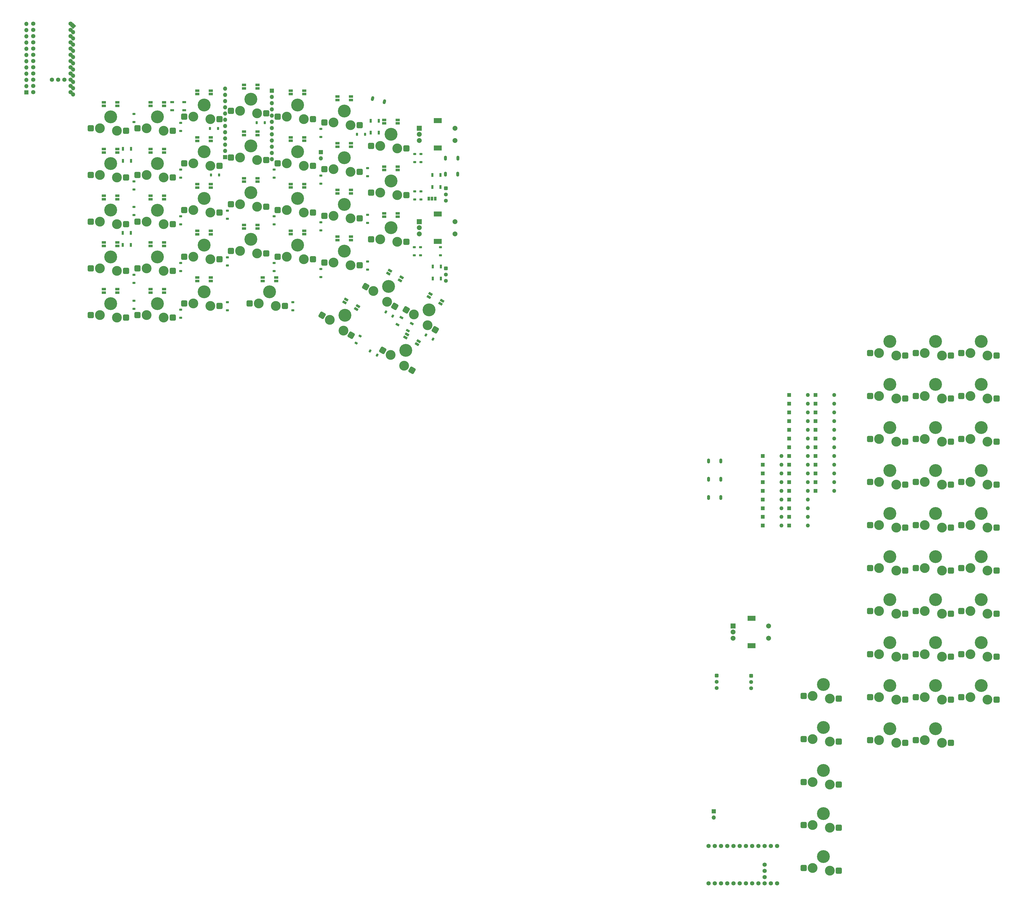
<source format=gbr>
%TF.GenerationSoftware,KiCad,Pcbnew,7.0.8*%
%TF.CreationDate,2024-02-13T23:06:57-05:00*%
%TF.ProjectId,ergothwack,6572676f-7468-4776-9163-6b2e6b696361,rev?*%
%TF.SameCoordinates,Original*%
%TF.FileFunction,Soldermask,Bot*%
%TF.FilePolarity,Negative*%
%FSLAX46Y46*%
G04 Gerber Fmt 4.6, Leading zero omitted, Abs format (unit mm)*
G04 Created by KiCad (PCBNEW 7.0.8) date 2024-02-13 23:06:57*
%MOMM*%
%LPD*%
G01*
G04 APERTURE LIST*
G04 Aperture macros list*
%AMRoundRect*
0 Rectangle with rounded corners*
0 $1 Rounding radius*
0 $2 $3 $4 $5 $6 $7 $8 $9 X,Y pos of 4 corners*
0 Add a 4 corners polygon primitive as box body*
4,1,4,$2,$3,$4,$5,$6,$7,$8,$9,$2,$3,0*
0 Add four circle primitives for the rounded corners*
1,1,$1+$1,$2,$3*
1,1,$1+$1,$4,$5*
1,1,$1+$1,$6,$7*
1,1,$1+$1,$8,$9*
0 Add four rect primitives between the rounded corners*
20,1,$1+$1,$2,$3,$4,$5,0*
20,1,$1+$1,$4,$5,$6,$7,0*
20,1,$1+$1,$6,$7,$8,$9,0*
20,1,$1+$1,$8,$9,$2,$3,0*%
%AMHorizOval*
0 Thick line with rounded ends*
0 $1 width*
0 $2 $3 position (X,Y) of the first rounded end (center of the circle)*
0 $4 $5 position (X,Y) of the second rounded end (center of the circle)*
0 Add line between two ends*
20,1,$1,$2,$3,$4,$5,0*
0 Add two circle primitives to create the rounded ends*
1,1,$1,$2,$3*
1,1,$1,$4,$5*%
%AMRotRect*
0 Rectangle, with rotation*
0 The origin of the aperture is its center*
0 $1 length*
0 $2 width*
0 $3 Rotation angle, in degrees counterclockwise*
0 Add horizontal line*
21,1,$1,$2,0,0,$3*%
G04 Aperture macros list end*
%ADD10RoundRect,0.225000X-0.382356X-0.212260X0.007356X-0.437260X0.382356X0.212260X-0.007356X0.437260X0*%
%ADD11RoundRect,0.225000X0.212260X-0.382356X0.437260X0.007356X-0.212260X0.382356X-0.437260X-0.007356X0*%
%ADD12RoundRect,0.225000X0.375000X-0.225000X0.375000X0.225000X-0.375000X0.225000X-0.375000X-0.225000X0*%
%ADD13RoundRect,0.225000X-0.225000X-0.375000X0.225000X-0.375000X0.225000X0.375000X-0.225000X0.375000X0*%
%ADD14C,1.600000*%
%ADD15RoundRect,0.400000X0.400000X0.400000X-0.400000X0.400000X-0.400000X-0.400000X0.400000X-0.400000X0*%
%ADD16R,1.700000X1.700000*%
%ADD17O,1.700000X1.700000*%
%ADD18RotRect,1.700000X1.700000X45.000000*%
%ADD19R,1.700000X1.000000*%
%ADD20RotRect,1.700000X1.000000X330.000000*%
%ADD21RotRect,1.700000X1.000000X150.000000*%
%ADD22O,1.250000X2.000000*%
%ADD23C,5.250000*%
%ADD24RoundRect,0.500000X-0.750000X-0.775000X0.750000X-0.775000X0.750000X0.775000X-0.750000X0.775000X0*%
%ADD25C,4.000000*%
%ADD26R,2.000000X2.000000*%
%ADD27C,2.000000*%
%ADD28R,3.200000X2.000000*%
%ADD29C,1.752600*%
%ADD30RotRect,1.500000X0.900000X150.000000*%
%ADD31R,0.900000X1.500000*%
%ADD32R,1.500000X0.900000*%
%ADD33HorizOval,1.250000X-0.090721X-0.363861X0.090721X0.363861X0*%
%ADD34RoundRect,0.500000X-1.037019X-0.296170X0.262019X-1.046170X1.037019X0.296170X-0.262019X1.046170X0*%
%ADD35R,1.000000X1.500000*%
%ADD36R,1.600000X1.600000*%
%ADD37O,1.600000X1.600000*%
G04 APERTURE END LIST*
D10*
%TO.C,L-D38*%
X179371058Y-146875000D03*
X182228942Y-148525000D03*
%TD*%
%TO.C,L-D37*%
X156571058Y-153375000D03*
X159428942Y-155025000D03*
%TD*%
D11*
%TO.C,L-D36*%
X150875000Y-150128942D03*
X152525000Y-147271058D03*
%TD*%
D12*
%TO.C,L-D35*%
X125095000Y-136778000D03*
X125095000Y-133478000D03*
%TD*%
%TO.C,L-D34*%
X98425000Y-133478000D03*
X98425000Y-136778000D03*
%TD*%
%TO.C,L-D33*%
X79375000Y-139826000D03*
X79375000Y-136526000D03*
%TD*%
%TO.C,L-D32*%
X60325000Y-136143000D03*
X60325000Y-132843000D03*
%TD*%
%TO.C,L-D31*%
X185300000Y-114350000D03*
X185300000Y-111050000D03*
%TD*%
D10*
%TO.C,L-D30*%
X162971058Y-137475000D03*
X165828942Y-139125000D03*
%TD*%
D12*
%TO.C,L-D29*%
X155520000Y-120160000D03*
X155520000Y-116860000D03*
%TD*%
%TO.C,L-D28*%
X136490000Y-123189000D03*
X136490000Y-119889000D03*
%TD*%
%TO.C,L-D27*%
X117460000Y-120775000D03*
X117460000Y-117475000D03*
%TD*%
%TO.C,L-D26*%
X98425000Y-115189000D03*
X98425000Y-118489000D03*
%TD*%
%TO.C,L-D25*%
X79375000Y-120775000D03*
X79375000Y-117475000D03*
%TD*%
%TO.C,L-D24*%
X60325000Y-125601000D03*
X60325000Y-122301000D03*
%TD*%
%TO.C,L-D23*%
X177165000Y-110999000D03*
X177165000Y-114299000D03*
%TD*%
%TO.C,L-D22*%
X174625000Y-110999000D03*
X174625000Y-114299000D03*
%TD*%
%TO.C,L-D21*%
X155575000Y-101091000D03*
X155575000Y-97791000D03*
%TD*%
%TO.C,L-D20*%
X136525000Y-104138000D03*
X136525000Y-100838000D03*
%TD*%
%TO.C,L-D19*%
X117475000Y-101725000D03*
X117475000Y-98425000D03*
%TD*%
%TO.C,L-D18*%
X98425000Y-99440000D03*
X98425000Y-96140000D03*
%TD*%
%TO.C,L-D17*%
X79375000Y-101726000D03*
X79375000Y-98426000D03*
%TD*%
%TO.C,L-D16*%
X60325000Y-97917000D03*
X60325000Y-94617000D03*
%TD*%
%TO.C,L-D15*%
X177292000Y-91567000D03*
X177292000Y-88267000D03*
%TD*%
%TO.C,L-D14*%
X174752000Y-88266000D03*
X174752000Y-91566000D03*
%TD*%
%TO.C,L-D13*%
X155575000Y-82041000D03*
X155575000Y-78741000D03*
%TD*%
%TO.C,L-D12*%
X136525000Y-85089000D03*
X136525000Y-81789000D03*
%TD*%
%TO.C,L-D11*%
X117475000Y-82676000D03*
X117475000Y-79376000D03*
%TD*%
D13*
%TO.C,L-D10*%
X91750000Y-81600000D03*
X95050000Y-81600000D03*
%TD*%
D12*
%TO.C,L-D9*%
X79375000Y-82676000D03*
X79375000Y-79376000D03*
%TD*%
%TO.C,L-D8*%
X60325000Y-87502000D03*
X60325000Y-84202000D03*
%TD*%
%TO.C,L-D7*%
X177292000Y-76327000D03*
X177292000Y-73027000D03*
%TD*%
%TO.C,L-D6*%
X174752000Y-73026000D03*
X174752000Y-76326000D03*
%TD*%
D13*
%TO.C,L-D5*%
X151259000Y-64960000D03*
X154559000Y-64960000D03*
%TD*%
D12*
%TO.C,L-D4*%
X136525000Y-66039000D03*
X136525000Y-62739000D03*
%TD*%
D13*
%TO.C,L-D3*%
X110364000Y-60198000D03*
X113664000Y-60198000D03*
%TD*%
%TO.C,L-D2*%
X94614000Y-62590000D03*
X91314000Y-62590000D03*
%TD*%
D12*
%TO.C,L-D1*%
X79360000Y-63626000D03*
X79360000Y-60326000D03*
%TD*%
%TO.C,L-D0*%
X60325000Y-56643000D03*
X60325000Y-59943000D03*
%TD*%
D14*
%TO.C,L-SW-BATT1*%
X187470000Y-124740000D03*
X187470000Y-122200000D03*
D15*
X187470000Y-119660000D03*
%TD*%
D16*
%TO.C,L-n!n-L-Socket1*%
X116560000Y-47180000D03*
D17*
X116560000Y-49720000D03*
X116560000Y-52260000D03*
X116560000Y-54800000D03*
X116560000Y-57340000D03*
X116560000Y-59880000D03*
X116560000Y-62420000D03*
X116560000Y-64960000D03*
X116560000Y-67500000D03*
X116560000Y-70040000D03*
X116560000Y-72580000D03*
X116560000Y-75120000D03*
%TD*%
%TO.C,L-n!n-L-Adapter1*%
X35530000Y-48690000D03*
X35530000Y-46150000D03*
X35530000Y-43610000D03*
X35530000Y-41070000D03*
X35530000Y-38530000D03*
X35530000Y-35990000D03*
X35530000Y-33450000D03*
X35530000Y-30910000D03*
X35530000Y-28370000D03*
X35530000Y-25830000D03*
X35530000Y-23290000D03*
D18*
X35530000Y-20750000D03*
%TD*%
D16*
%TO.C,J4*%
X16480000Y-47840000D03*
D17*
X16480000Y-45300000D03*
X16480000Y-42760000D03*
X16480000Y-40220000D03*
X16480000Y-37680000D03*
X16480000Y-35140000D03*
X16480000Y-32600000D03*
X16480000Y-30060000D03*
X16480000Y-27520000D03*
X16480000Y-24980000D03*
X16480000Y-22440000D03*
X16480000Y-19900000D03*
%TD*%
%TO.C,J3*%
X97510000Y-46330000D03*
X97510000Y-48870000D03*
X97510000Y-51410000D03*
X97510000Y-53950000D03*
X97510000Y-56490000D03*
X97510000Y-59030000D03*
X97510000Y-61570000D03*
X97510000Y-64110000D03*
X97510000Y-66650000D03*
X97510000Y-69190000D03*
X97510000Y-71730000D03*
D16*
X97510000Y-74270000D03*
%TD*%
D19*
%TO.C,L-K-LED13*%
X148780000Y-70040000D03*
X148780000Y-68640000D03*
X143280000Y-68640000D03*
X143280000Y-70040000D03*
%TD*%
%TO.C,L-K-LED0*%
X48030000Y-51950000D03*
X48030000Y-53350000D03*
X53530000Y-53350000D03*
X53530000Y-51950000D03*
%TD*%
D20*
%TO.C,L-K-LED38*%
X185251570Y-134081218D03*
X185951570Y-132868782D03*
X181188430Y-130118782D03*
X180488430Y-131331218D03*
%TD*%
D21*
%TO.C,L-K-LED37*%
X171648430Y-146628782D03*
X170948430Y-147841218D03*
X175711570Y-150591218D03*
X176411570Y-149378782D03*
%TD*%
%TO.C,L-K-LED36*%
X146868430Y-132338782D03*
X146168430Y-133551218D03*
X150931570Y-136301218D03*
X151631570Y-135088782D03*
%TD*%
D19*
%TO.C,L-K-LED35*%
X112800000Y-123390000D03*
X112800000Y-124790000D03*
X118300000Y-124790000D03*
X118300000Y-123390000D03*
%TD*%
%TO.C,L-K-LED34*%
X86130000Y-123390000D03*
X86130000Y-124790000D03*
X91630000Y-124790000D03*
X91630000Y-123390000D03*
%TD*%
%TO.C,L-K-LED33*%
X67080000Y-128150000D03*
X67080000Y-129550000D03*
X72580000Y-129550000D03*
X72580000Y-128150000D03*
%TD*%
%TO.C,L-K-LED32*%
X48030000Y-128150000D03*
X48030000Y-129550000D03*
X53530000Y-129550000D03*
X53530000Y-128150000D03*
%TD*%
D20*
%TO.C,L-K-LED30*%
X168741570Y-124551218D03*
X169441570Y-123338782D03*
X164678430Y-120588782D03*
X163978430Y-121801218D03*
%TD*%
D19*
%TO.C,L-K-LED29*%
X148780000Y-108140000D03*
X148780000Y-106740000D03*
X143280000Y-106740000D03*
X143280000Y-108140000D03*
%TD*%
%TO.C,L-K-LED28*%
X124230000Y-105730000D03*
X124230000Y-104330000D03*
X129730000Y-104330000D03*
X129730000Y-105730000D03*
%TD*%
%TO.C,L-K-LED27*%
X105180000Y-103370000D03*
X105180000Y-101970000D03*
X110680000Y-101970000D03*
X110680000Y-103370000D03*
%TD*%
%TO.C,L-K-LED26*%
X91630000Y-105740000D03*
X91630000Y-104340000D03*
X86130000Y-104340000D03*
X86130000Y-105740000D03*
%TD*%
%TO.C,L-K-LED25*%
X72580000Y-110500000D03*
X72580000Y-109100000D03*
X67080000Y-109100000D03*
X67080000Y-110500000D03*
%TD*%
%TO.C,L-K-LED24*%
X53530000Y-110500000D03*
X53530000Y-109100000D03*
X48030000Y-109100000D03*
X48030000Y-110500000D03*
%TD*%
%TO.C,L-K-LED22*%
X162330000Y-97200000D03*
X162330000Y-98600000D03*
X167830000Y-98600000D03*
X167830000Y-97200000D03*
%TD*%
%TO.C,L-K-LED21*%
X143280000Y-87670000D03*
X143280000Y-89070000D03*
X148780000Y-89070000D03*
X148780000Y-87670000D03*
%TD*%
%TO.C,L-K-LED20*%
X124230000Y-85280000D03*
X124230000Y-86680000D03*
X129730000Y-86680000D03*
X129730000Y-85280000D03*
%TD*%
%TO.C,L-K-LED19*%
X105180000Y-82900000D03*
X105180000Y-84300000D03*
X110680000Y-84300000D03*
X110680000Y-82900000D03*
%TD*%
%TO.C,L-K-LED18*%
X86130000Y-85290000D03*
X86130000Y-86690000D03*
X91630000Y-86690000D03*
X91630000Y-85290000D03*
%TD*%
%TO.C,L-K-LED17*%
X67080000Y-90050000D03*
X67080000Y-91450000D03*
X72580000Y-91450000D03*
X72580000Y-90050000D03*
%TD*%
%TO.C,L-K-LED16*%
X48030000Y-90040000D03*
X48030000Y-91440000D03*
X53530000Y-91440000D03*
X53530000Y-90040000D03*
%TD*%
%TO.C,L-K-LED14*%
X167830000Y-79560000D03*
X167830000Y-78160000D03*
X162330000Y-78160000D03*
X162330000Y-79560000D03*
%TD*%
%TO.C,L-K-LED12*%
X129730000Y-67630000D03*
X129730000Y-66230000D03*
X124230000Y-66230000D03*
X124230000Y-67630000D03*
%TD*%
%TO.C,L-K-LED11*%
X110680000Y-65270000D03*
X110680000Y-63870000D03*
X105180000Y-63870000D03*
X105180000Y-65270000D03*
%TD*%
%TO.C,L-K-LED10*%
X91630000Y-67640000D03*
X91630000Y-66240000D03*
X86130000Y-66240000D03*
X86130000Y-67640000D03*
%TD*%
%TO.C,L-K-LED9*%
X67080000Y-72390000D03*
X67080000Y-70990000D03*
X72580000Y-70990000D03*
X72580000Y-72390000D03*
%TD*%
%TO.C,L-K-LED8*%
X53530000Y-72390000D03*
X53530000Y-70990000D03*
X48030000Y-70990000D03*
X48030000Y-72390000D03*
%TD*%
%TO.C,L-K-LED6*%
X162340000Y-59100000D03*
X162340000Y-60500000D03*
X167840000Y-60500000D03*
X167840000Y-59100000D03*
%TD*%
%TO.C,L-K-LED5*%
X143280000Y-49580000D03*
X143280000Y-50980000D03*
X148780000Y-50980000D03*
X148780000Y-49580000D03*
%TD*%
%TO.C,L-K-LED4*%
X124230000Y-47180000D03*
X124230000Y-48580000D03*
X129730000Y-48580000D03*
X129730000Y-47180000D03*
%TD*%
%TO.C,L-K-LED3*%
X105180000Y-44830000D03*
X105180000Y-46230000D03*
X110680000Y-46230000D03*
X110680000Y-44830000D03*
%TD*%
%TO.C,L-K-LED2*%
X86130000Y-47180000D03*
X86130000Y-48580000D03*
X91630000Y-48580000D03*
X91630000Y-47180000D03*
%TD*%
%TO.C,L-K-LED1*%
X67080000Y-51950000D03*
X67080000Y-53350000D03*
X72580000Y-53350000D03*
X72580000Y-51950000D03*
%TD*%
D22*
%TO.C,R-TS-RST1*%
X294568000Y-213178400D03*
X299568000Y-213178400D03*
%TD*%
%TO.C,R-TS-LED-UP1*%
X294568000Y-205727600D03*
X299568000Y-205727600D03*
%TD*%
%TO.C,R-TS-LED-DOWN1*%
X294568000Y-198276800D03*
X299568000Y-198276800D03*
%TD*%
D23*
%TO.C,R-SW36*%
X405705000Y-289880000D03*
D24*
X397630000Y-294580000D03*
D25*
X401305000Y-294580000D03*
X408305000Y-295630000D03*
D24*
X411980000Y-295630000D03*
%TD*%
D23*
%TO.C,R-SW35*%
X405705000Y-272330000D03*
D24*
X397630000Y-277030000D03*
D25*
X401305000Y-277030000D03*
X408305000Y-278080000D03*
D24*
X411980000Y-278080000D03*
%TD*%
D23*
%TO.C,R-SW34*%
X405705000Y-254780000D03*
D24*
X397630000Y-259480000D03*
D25*
X401305000Y-259480000D03*
X408305000Y-260530000D03*
D24*
X411980000Y-260530000D03*
%TD*%
D23*
%TO.C,R-SW33*%
X405705000Y-237230000D03*
D24*
X397630000Y-241930000D03*
D25*
X401305000Y-241930000D03*
X408305000Y-242980000D03*
D24*
X411980000Y-242980000D03*
%TD*%
D23*
%TO.C,R-SW32*%
X405705000Y-219680000D03*
D24*
X397630000Y-224380000D03*
D25*
X401305000Y-224380000D03*
X408305000Y-225430000D03*
D24*
X411980000Y-225430000D03*
%TD*%
D23*
%TO.C,R-SW31*%
X405705000Y-202130000D03*
D24*
X397630000Y-206830000D03*
D25*
X401305000Y-206830000D03*
X408305000Y-207880000D03*
D24*
X411980000Y-207880000D03*
%TD*%
D23*
%TO.C,R-SW30*%
X405705000Y-184580000D03*
D24*
X397630000Y-189280000D03*
D25*
X401305000Y-189280000D03*
X408305000Y-190330000D03*
D24*
X411980000Y-190330000D03*
%TD*%
D23*
%TO.C,R-SW29*%
X405705000Y-167030000D03*
D24*
X397630000Y-171730000D03*
D25*
X401305000Y-171730000D03*
X408305000Y-172780000D03*
D24*
X411980000Y-172780000D03*
%TD*%
D23*
%TO.C,R-SW28*%
X405705000Y-149480000D03*
D24*
X397630000Y-154180000D03*
D25*
X401305000Y-154180000D03*
X408305000Y-155230000D03*
D24*
X411980000Y-155230000D03*
%TD*%
D23*
%TO.C,R-SW27*%
X387105000Y-307430000D03*
D24*
X379030000Y-312130000D03*
D25*
X382705000Y-312130000D03*
X389705000Y-313180000D03*
D24*
X393380000Y-313180000D03*
%TD*%
D23*
%TO.C,R-SW26*%
X387105000Y-289880000D03*
D24*
X379030000Y-294580000D03*
D25*
X382705000Y-294580000D03*
X389705000Y-295630000D03*
D24*
X393380000Y-295630000D03*
%TD*%
D23*
%TO.C,R-SW25*%
X387105000Y-272330000D03*
D24*
X379030000Y-277030000D03*
D25*
X382705000Y-277030000D03*
X389705000Y-278080000D03*
D24*
X393380000Y-278080000D03*
%TD*%
D23*
%TO.C,R-SW24*%
X387105000Y-254780000D03*
D24*
X379030000Y-259480000D03*
D25*
X382705000Y-259480000D03*
X389705000Y-260530000D03*
D24*
X393380000Y-260530000D03*
%TD*%
D23*
%TO.C,R-SW23*%
X387105000Y-237230000D03*
D24*
X379030000Y-241930000D03*
D25*
X382705000Y-241930000D03*
X389705000Y-242980000D03*
D24*
X393380000Y-242980000D03*
%TD*%
D23*
%TO.C,R-SW22*%
X387105000Y-219680000D03*
D24*
X379030000Y-224380000D03*
D25*
X382705000Y-224380000D03*
X389705000Y-225430000D03*
D24*
X393380000Y-225430000D03*
%TD*%
D23*
%TO.C,R-SW21*%
X387105000Y-202130000D03*
D24*
X379030000Y-206830000D03*
D25*
X382705000Y-206830000D03*
X389705000Y-207880000D03*
D24*
X393380000Y-207880000D03*
%TD*%
D23*
%TO.C,R-SW20*%
X387105000Y-184580000D03*
D24*
X379030000Y-189280000D03*
D25*
X382705000Y-189280000D03*
X389705000Y-190330000D03*
D24*
X393380000Y-190330000D03*
%TD*%
D23*
%TO.C,R-SW19*%
X387105000Y-167030000D03*
D24*
X379030000Y-171730000D03*
D25*
X382705000Y-171730000D03*
X389705000Y-172780000D03*
D24*
X393380000Y-172780000D03*
%TD*%
D23*
%TO.C,R-SW18*%
X387105000Y-149480000D03*
D24*
X379030000Y-154180000D03*
D25*
X382705000Y-154180000D03*
X389705000Y-155230000D03*
D24*
X393380000Y-155230000D03*
%TD*%
D23*
%TO.C,R-SW17*%
X368505000Y-307430000D03*
D24*
X360430000Y-312130000D03*
D25*
X364105000Y-312130000D03*
X371105000Y-313180000D03*
D24*
X374780000Y-313180000D03*
%TD*%
D23*
%TO.C,R-SW16*%
X368505000Y-289880000D03*
D24*
X360430000Y-294580000D03*
D25*
X364105000Y-294580000D03*
X371105000Y-295630000D03*
D24*
X374780000Y-295630000D03*
%TD*%
D23*
%TO.C,R-SW14*%
X368505000Y-272330000D03*
D24*
X360430000Y-277030000D03*
D25*
X364105000Y-277030000D03*
X371105000Y-278080000D03*
D24*
X374780000Y-278080000D03*
%TD*%
D23*
%TO.C,R-SW13*%
X368505000Y-254780000D03*
D24*
X360430000Y-259480000D03*
D25*
X364105000Y-259480000D03*
X371105000Y-260530000D03*
D24*
X374780000Y-260530000D03*
%TD*%
D23*
%TO.C,R-SW12*%
X368505000Y-237230000D03*
D24*
X360430000Y-241930000D03*
D25*
X364105000Y-241930000D03*
X371105000Y-242980000D03*
D24*
X374780000Y-242980000D03*
%TD*%
D23*
%TO.C,R-SW11*%
X368505000Y-219680000D03*
D24*
X360430000Y-224380000D03*
D25*
X364105000Y-224380000D03*
X371105000Y-225430000D03*
D24*
X374780000Y-225430000D03*
%TD*%
D23*
%TO.C,R-SW10*%
X368505000Y-202130000D03*
D24*
X360430000Y-206830000D03*
D25*
X364105000Y-206830000D03*
X371105000Y-207880000D03*
D24*
X374780000Y-207880000D03*
%TD*%
D23*
%TO.C,R-SW9*%
X368505000Y-184580000D03*
D24*
X360430000Y-189280000D03*
D25*
X364105000Y-189280000D03*
X371105000Y-190330000D03*
D24*
X374780000Y-190330000D03*
%TD*%
D23*
%TO.C,R-SW7*%
X368505000Y-167030000D03*
D24*
X360430000Y-171730000D03*
D25*
X364105000Y-171730000D03*
X371105000Y-172780000D03*
D24*
X374780000Y-172780000D03*
%TD*%
D23*
%TO.C,R-SW6*%
X368505000Y-149480000D03*
D24*
X360430000Y-154180000D03*
D25*
X364105000Y-154180000D03*
X371105000Y-155230000D03*
D24*
X374780000Y-155230000D03*
%TD*%
D23*
%TO.C,R-SW5*%
X341405000Y-359610000D03*
D24*
X333330000Y-364310000D03*
D25*
X337005000Y-364310000D03*
X344005000Y-365360000D03*
D24*
X347680000Y-365360000D03*
%TD*%
D23*
%TO.C,R-SW4*%
X341405000Y-342060000D03*
D24*
X333330000Y-346760000D03*
D25*
X337005000Y-346760000D03*
X344005000Y-347810000D03*
D24*
X347680000Y-347810000D03*
%TD*%
D23*
%TO.C,R-SW3*%
X341405000Y-324510000D03*
D24*
X333330000Y-329210000D03*
D25*
X337005000Y-329210000D03*
X344005000Y-330260000D03*
D24*
X347680000Y-330260000D03*
%TD*%
D23*
%TO.C,R-SW2*%
X341405000Y-306960000D03*
D24*
X333330000Y-311660000D03*
D25*
X337005000Y-311660000D03*
X344005000Y-312710000D03*
D24*
X347680000Y-312710000D03*
%TD*%
D23*
%TO.C,R-SW1*%
X341405000Y-289410000D03*
D24*
X333330000Y-294110000D03*
D25*
X337005000Y-294110000D03*
X344005000Y-295160000D03*
D24*
X347680000Y-295160000D03*
%TD*%
D15*
%TO.C,R-SW-LED1*%
X311930500Y-285895400D03*
D14*
X311930500Y-288435400D03*
X311930500Y-290975400D03*
%TD*%
D15*
%TO.C,R-SW-BATT1*%
X297910500Y-285765400D03*
D14*
X297910500Y-288305400D03*
X297910500Y-290845400D03*
%TD*%
D26*
%TO.C,R-RE0*%
X304560000Y-265520000D03*
D27*
X304560000Y-270520000D03*
X304560000Y-268020000D03*
D28*
X312060000Y-273620000D03*
X312060000Y-262420000D03*
D27*
X319060000Y-270520000D03*
X319060000Y-265520000D03*
%TD*%
D29*
%TO.C,R-n!n1*%
X294536750Y-370500000D03*
X297076750Y-370500000D03*
X299616750Y-370500000D03*
X302156750Y-370500000D03*
X304696750Y-370500000D03*
X307236750Y-370500000D03*
X309776750Y-370500000D03*
X312316750Y-370500000D03*
X314856750Y-370500000D03*
X317396750Y-370500000D03*
X319936750Y-370500000D03*
X322476750Y-370500000D03*
X322476750Y-355260000D03*
X319936750Y-355260000D03*
X317396750Y-355260000D03*
X314856750Y-355260000D03*
X312316750Y-355260000D03*
X309776750Y-355260000D03*
X307236750Y-355260000D03*
X304696750Y-355260000D03*
X302156750Y-355260000D03*
X299616750Y-355260000D03*
X297076750Y-355260000D03*
X294536750Y-355260000D03*
X317396750Y-367960000D03*
X317396750Y-365420000D03*
X317396750Y-362880000D03*
%TD*%
D16*
%TO.C,R-BATT-CONN1*%
X296700000Y-341145000D03*
D17*
X296700000Y-343685000D03*
%TD*%
D30*
%TO.C,L-UG-LED6*%
X169353238Y-139766058D03*
X167703238Y-142623942D03*
X171946762Y-145073942D03*
X173596762Y-142216058D03*
%TD*%
D31*
%TO.C,L-UG-LED5*%
X185420000Y-118910000D03*
X182120000Y-118910000D03*
X182120000Y-123810000D03*
X185420000Y-123810000D03*
%TD*%
%TO.C,L-UG-LED4*%
X181990000Y-81590000D03*
X185290000Y-81590000D03*
X185290000Y-86490000D03*
X181990000Y-86490000D03*
%TD*%
%TO.C,L-UG-LED3*%
X156810000Y-59430000D03*
X160110000Y-59430000D03*
X160110000Y-64330000D03*
X156810000Y-64330000D03*
%TD*%
D32*
%TO.C,L-UG-LED2*%
X80790000Y-51840000D03*
X80790000Y-55140000D03*
X75890000Y-55140000D03*
X75890000Y-51840000D03*
%TD*%
D31*
%TO.C,L-UG-LED1*%
X55840000Y-70900000D03*
X59140000Y-70900000D03*
X59140000Y-75800000D03*
X55840000Y-75800000D03*
%TD*%
%TO.C,L-UG-LED0*%
X55740000Y-105210000D03*
X59040000Y-105210000D03*
X59040000Y-110110000D03*
X55740000Y-110110000D03*
%TD*%
D33*
%TO.C,L-TS-RST1*%
X162420000Y-51640000D03*
X157568522Y-50430390D03*
%TD*%
D22*
%TO.C,L-TS-LED-UP1*%
X187340000Y-74720000D03*
X192340000Y-74720000D03*
%TD*%
%TO.C,L-TS-LED-DOWN1*%
X187330000Y-81230000D03*
X192330000Y-81230000D03*
%TD*%
D23*
%TO.C,L-SW38*%
X180630000Y-136580000D03*
D34*
X171286845Y-136612819D03*
D25*
X174469488Y-138450319D03*
X180006666Y-142859646D03*
D34*
X183189309Y-144697146D03*
%TD*%
D23*
%TO.C,L-SW37*%
X171090000Y-153090000D03*
D34*
X161746845Y-153122819D03*
D25*
X164929488Y-154960319D03*
X170466666Y-159369646D03*
D34*
X173649309Y-161207146D03*
%TD*%
D23*
%TO.C,L-SW36*%
X146320000Y-138790000D03*
D34*
X136976845Y-138822819D03*
D25*
X140159488Y-140660319D03*
X145696666Y-145069646D03*
D34*
X148879309Y-146907146D03*
%TD*%
D24*
%TO.C,L-SW35*%
X121825000Y-135010000D03*
D25*
X118150000Y-135010000D03*
X111150000Y-133960000D03*
D24*
X107475000Y-133960000D03*
D23*
X115550000Y-129260000D03*
%TD*%
%TO.C,L-SW34*%
X88880000Y-129260000D03*
D24*
X80805000Y-133960000D03*
D25*
X84480000Y-133960000D03*
X91480000Y-135010000D03*
D24*
X95155000Y-135010000D03*
%TD*%
D23*
%TO.C,L-SW33*%
X69840000Y-134020000D03*
D24*
X61765000Y-138720000D03*
D25*
X65440000Y-138720000D03*
X72440000Y-139770000D03*
D24*
X76115000Y-139770000D03*
%TD*%
%TO.C,L-SW32*%
X57055000Y-139770000D03*
D25*
X53380000Y-139770000D03*
X46380000Y-138720000D03*
D24*
X42705000Y-138720000D03*
D23*
X50780000Y-134020000D03*
%TD*%
%TO.C,L-SW30*%
X164120000Y-127050000D03*
D34*
X154776845Y-127082819D03*
D25*
X157959488Y-128920319D03*
X163496666Y-133329646D03*
D34*
X166679309Y-135167146D03*
%TD*%
D24*
%TO.C,L-SW29*%
X152305000Y-118360000D03*
D25*
X148630000Y-118360000D03*
X141630000Y-117310000D03*
D24*
X137955000Y-117310000D03*
D23*
X146030000Y-112610000D03*
%TD*%
D24*
%TO.C,L-SW28*%
X133255000Y-115960000D03*
D25*
X129580000Y-115960000D03*
X122580000Y-114910000D03*
D24*
X118905000Y-114910000D03*
D23*
X126980000Y-110210000D03*
%TD*%
%TO.C,L-SW27*%
X107930000Y-107850000D03*
D24*
X99855000Y-112550000D03*
D25*
X103530000Y-112550000D03*
X110530000Y-113600000D03*
D24*
X114205000Y-113600000D03*
%TD*%
D23*
%TO.C,L-SW26*%
X88880000Y-110210000D03*
D24*
X80805000Y-114910000D03*
D25*
X84480000Y-114910000D03*
X91480000Y-115960000D03*
D24*
X95155000Y-115960000D03*
%TD*%
D23*
%TO.C,L-SW25*%
X69840000Y-114970000D03*
D24*
X61765000Y-119670000D03*
D25*
X65440000Y-119670000D03*
X72440000Y-120720000D03*
D24*
X76115000Y-120720000D03*
%TD*%
%TO.C,L-SW24*%
X57055000Y-120720000D03*
D25*
X53380000Y-120720000D03*
X46380000Y-119670000D03*
D24*
X42705000Y-119670000D03*
D23*
X50780000Y-114970000D03*
%TD*%
D24*
%TO.C,L-SW22*%
X171355000Y-108830000D03*
D25*
X167680000Y-108830000D03*
X160680000Y-107780000D03*
D24*
X157005000Y-107780000D03*
D23*
X165080000Y-103080000D03*
%TD*%
%TO.C,L-SW21*%
X146030000Y-93550000D03*
D24*
X137955000Y-98250000D03*
D25*
X141630000Y-98250000D03*
X148630000Y-99300000D03*
D24*
X152305000Y-99300000D03*
%TD*%
%TO.C,L-SW20*%
X133255000Y-96910000D03*
D25*
X129580000Y-96910000D03*
X122580000Y-95860000D03*
D24*
X118905000Y-95860000D03*
D23*
X126980000Y-91160000D03*
%TD*%
D24*
%TO.C,L-SW19*%
X114205000Y-94530000D03*
D25*
X110530000Y-94530000D03*
X103530000Y-93480000D03*
D24*
X99855000Y-93480000D03*
D23*
X107930000Y-88780000D03*
%TD*%
D24*
%TO.C,L-SW18*%
X95155000Y-96910000D03*
D25*
X91480000Y-96910000D03*
X84480000Y-95860000D03*
D24*
X80805000Y-95860000D03*
D23*
X88880000Y-91160000D03*
%TD*%
%TO.C,L-SW17*%
X69830000Y-95920000D03*
D24*
X61755000Y-100620000D03*
D25*
X65430000Y-100620000D03*
X72430000Y-101670000D03*
D24*
X76105000Y-101670000D03*
%TD*%
D23*
%TO.C,L-SW16*%
X50790000Y-95910000D03*
D24*
X42715000Y-100610000D03*
D25*
X46390000Y-100610000D03*
X53390000Y-101660000D03*
D24*
X57065000Y-101660000D03*
%TD*%
D23*
%TO.C,L-SW14*%
X165090000Y-84030000D03*
D24*
X157015000Y-88730000D03*
D25*
X160690000Y-88730000D03*
X167690000Y-89780000D03*
D24*
X171365000Y-89780000D03*
%TD*%
%TO.C,L-SW13*%
X152305000Y-80260000D03*
D25*
X148630000Y-80260000D03*
X141630000Y-79210000D03*
D24*
X137955000Y-79210000D03*
D23*
X146030000Y-74510000D03*
%TD*%
%TO.C,L-SW12*%
X126980000Y-72110000D03*
D24*
X118905000Y-76810000D03*
D25*
X122580000Y-76810000D03*
X129580000Y-77860000D03*
D24*
X133255000Y-77860000D03*
%TD*%
%TO.C,L-SW11*%
X114215000Y-75500000D03*
D25*
X110540000Y-75500000D03*
X103540000Y-74450000D03*
D24*
X99865000Y-74450000D03*
D23*
X107940000Y-69750000D03*
%TD*%
D24*
%TO.C,L-SW10*%
X95155000Y-77860000D03*
D25*
X91480000Y-77860000D03*
X84480000Y-76810000D03*
D24*
X80805000Y-76810000D03*
D23*
X88880000Y-72110000D03*
%TD*%
D24*
%TO.C,L-SW9*%
X76105000Y-82620000D03*
D25*
X72430000Y-82620000D03*
X65430000Y-81570000D03*
D24*
X61755000Y-81570000D03*
D23*
X69830000Y-76870000D03*
%TD*%
%TO.C,L-SW8*%
X50790000Y-76870000D03*
D24*
X42715000Y-81570000D03*
D25*
X46390000Y-81570000D03*
X53390000Y-82620000D03*
D24*
X57065000Y-82620000D03*
%TD*%
D23*
%TO.C,L-SW6*%
X165080000Y-64980000D03*
D24*
X157005000Y-69680000D03*
D25*
X160680000Y-69680000D03*
X167680000Y-70730000D03*
D24*
X171355000Y-70730000D03*
%TD*%
D23*
%TO.C,L-SW5*%
X146030000Y-55460000D03*
D24*
X137955000Y-60160000D03*
D25*
X141630000Y-60160000D03*
X148630000Y-61210000D03*
D24*
X152305000Y-61210000D03*
%TD*%
D23*
%TO.C,L-SW4*%
X126990000Y-53060000D03*
D24*
X118915000Y-57760000D03*
D25*
X122590000Y-57760000D03*
X129590000Y-58810000D03*
D24*
X133265000Y-58810000D03*
%TD*%
D23*
%TO.C,L-SW3*%
X107930000Y-50700000D03*
D24*
X99855000Y-55400000D03*
D25*
X103530000Y-55400000D03*
X110530000Y-56450000D03*
D24*
X114205000Y-56450000D03*
%TD*%
D23*
%TO.C,L-SW2*%
X88890000Y-53060000D03*
D24*
X80815000Y-57760000D03*
D25*
X84490000Y-57760000D03*
X91490000Y-58810000D03*
D24*
X95165000Y-58810000D03*
%TD*%
D23*
%TO.C,L-SW1*%
X69830000Y-57820000D03*
D24*
X61755000Y-62520000D03*
D25*
X65430000Y-62520000D03*
X72430000Y-63570000D03*
D24*
X76105000Y-63570000D03*
%TD*%
%TO.C,L-SW0*%
X57055000Y-63570000D03*
D25*
X53380000Y-63570000D03*
X46380000Y-62520000D03*
D24*
X42705000Y-62520000D03*
D23*
X50780000Y-57820000D03*
%TD*%
D15*
%TO.C,L-SW-LED1*%
X187470500Y-86965400D03*
D14*
X187470500Y-89505400D03*
X187470500Y-92045400D03*
%TD*%
D27*
%TO.C,L-RE1*%
X191170000Y-100580000D03*
X191170000Y-105580000D03*
D28*
X184170000Y-97480000D03*
X184170000Y-108680000D03*
D27*
X176670000Y-103080000D03*
X176670000Y-105580000D03*
D26*
X176670000Y-100580000D03*
%TD*%
D27*
%TO.C,L-RE0*%
X191170000Y-62480000D03*
X191170000Y-67480000D03*
D28*
X184170000Y-59380000D03*
X184170000Y-70580000D03*
D27*
X176670000Y-64980000D03*
X176670000Y-67480000D03*
D26*
X176670000Y-62480000D03*
%TD*%
D29*
%TO.C,L-n!n1*%
X26870000Y-42740000D03*
X29410000Y-42740000D03*
X31950000Y-42740000D03*
X19250000Y-19880000D03*
X19250000Y-22420000D03*
X19250000Y-24960000D03*
X19250000Y-27500000D03*
X19250000Y-30040000D03*
X19250000Y-32580000D03*
X19250000Y-35120000D03*
X19250000Y-37660000D03*
X19250000Y-40200000D03*
X19250000Y-42740000D03*
X19250000Y-45280000D03*
X19250000Y-47820000D03*
X34490000Y-47820000D03*
X34490000Y-45280000D03*
X34490000Y-42740000D03*
X34490000Y-40200000D03*
X34490000Y-37660000D03*
X34490000Y-35120000D03*
X34490000Y-32580000D03*
X34490000Y-30040000D03*
X34490000Y-27500000D03*
X34490000Y-24960000D03*
X34490000Y-22420000D03*
X34490000Y-19880000D03*
%TD*%
D35*
%TO.C,L-LED-JP1*%
X180534000Y-91186000D03*
X181834000Y-91186000D03*
X183134000Y-91186000D03*
%TD*%
D16*
%TO.C,L-BATT-CONN1*%
X136470000Y-72225000D03*
D17*
X136470000Y-74765000D03*
%TD*%
D36*
%TO.C,R-D29*%
X338180000Y-210400000D03*
D37*
X345800000Y-210400000D03*
%TD*%
D36*
%TO.C,R-D21*%
X338180000Y-206850000D03*
D37*
X345800000Y-206850000D03*
%TD*%
D36*
%TO.C,R-D14*%
X338180000Y-203300000D03*
D37*
X345800000Y-203300000D03*
%TD*%
D36*
%TO.C,R-D7*%
X338180000Y-199750000D03*
D37*
X345800000Y-199750000D03*
%TD*%
D36*
%TO.C,R-D35*%
X338180000Y-196200000D03*
D37*
X345800000Y-196200000D03*
%TD*%
D36*
%TO.C,R-D28*%
X338180000Y-192650000D03*
D37*
X345800000Y-192650000D03*
%TD*%
D36*
%TO.C,R-D20*%
X338180000Y-189100000D03*
D37*
X345800000Y-189100000D03*
%TD*%
D36*
%TO.C,R-D13*%
X338180000Y-185550000D03*
D37*
X345800000Y-185550000D03*
%TD*%
D36*
%TO.C,R-D6*%
X338180000Y-182000000D03*
D37*
X345800000Y-182000000D03*
%TD*%
D36*
%TO.C,R-D34*%
X338180000Y-178450000D03*
D37*
X345800000Y-178450000D03*
%TD*%
D36*
%TO.C,R-D27*%
X338180000Y-174900000D03*
D37*
X345800000Y-174900000D03*
%TD*%
D36*
%TO.C,R-D19*%
X338180000Y-171350000D03*
D37*
X345800000Y-171350000D03*
%TD*%
D36*
%TO.C,R-D12*%
X327410000Y-224600000D03*
D37*
X335030000Y-224600000D03*
%TD*%
D36*
%TO.C,R-D5*%
X327410000Y-221050000D03*
D37*
X335030000Y-221050000D03*
%TD*%
D36*
%TO.C,R-D33*%
X327410000Y-217500000D03*
D37*
X335030000Y-217500000D03*
%TD*%
D36*
%TO.C,R-D26*%
X327410000Y-213950000D03*
D37*
X335030000Y-213950000D03*
%TD*%
D36*
%TO.C,R-D18*%
X327410000Y-210400000D03*
D37*
X335030000Y-210400000D03*
%TD*%
D36*
%TO.C,R-D11*%
X327410000Y-206850000D03*
D37*
X335030000Y-206850000D03*
%TD*%
D36*
%TO.C,R-D4*%
X327410000Y-203300000D03*
D37*
X335030000Y-203300000D03*
%TD*%
D36*
%TO.C,R-D25*%
X327410000Y-199750000D03*
D37*
X335030000Y-199750000D03*
%TD*%
D36*
%TO.C,R-D17*%
X327410000Y-196200000D03*
D37*
X335030000Y-196200000D03*
%TD*%
D36*
%TO.C,R-D10*%
X327410000Y-192650000D03*
D37*
X335030000Y-192650000D03*
%TD*%
D36*
%TO.C,R-D3*%
X327410000Y-189100000D03*
D37*
X335030000Y-189100000D03*
%TD*%
D36*
%TO.C,R-D32*%
X327410000Y-185550000D03*
D37*
X335030000Y-185550000D03*
%TD*%
D36*
%TO.C,R-D24*%
X327410000Y-182000000D03*
D37*
X335030000Y-182000000D03*
%TD*%
D36*
%TO.C,R-D16*%
X327410000Y-178450000D03*
D37*
X335030000Y-178450000D03*
%TD*%
D36*
%TO.C,R-D9*%
X327410000Y-174900000D03*
D37*
X335030000Y-174900000D03*
%TD*%
D36*
%TO.C,R-D2*%
X327410000Y-171350000D03*
D37*
X335030000Y-171350000D03*
%TD*%
D36*
%TO.C,R-D31*%
X316640000Y-224600000D03*
D37*
X324260000Y-224600000D03*
%TD*%
D36*
%TO.C,R-D23*%
X316640000Y-221050000D03*
D37*
X324260000Y-221050000D03*
%TD*%
D36*
%TO.C,R-D36*%
X316640000Y-217500000D03*
D37*
X324260000Y-217500000D03*
%TD*%
D36*
%TO.C,R-D1*%
X316640000Y-213950000D03*
D37*
X324260000Y-213950000D03*
%TD*%
D36*
%TO.C,R-D30*%
X316640000Y-210400000D03*
D37*
X324260000Y-210400000D03*
%TD*%
D36*
%TO.C,R-D22*%
X316640000Y-206850000D03*
D37*
X324260000Y-206850000D03*
%TD*%
D36*
%TO.C,R-D15*%
X316640000Y-203300000D03*
D37*
X324260000Y-203300000D03*
%TD*%
D36*
%TO.C,R-D8*%
X316640000Y-199750000D03*
D37*
X324260000Y-199750000D03*
%TD*%
D36*
%TO.C,R-D0*%
X316640000Y-196200000D03*
D37*
X324260000Y-196200000D03*
%TD*%
M02*

</source>
